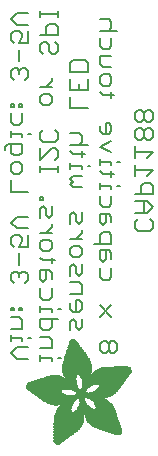
<source format=gbr>
G04 EAGLE Gerber RS-274X export*
G75*
%MOMM*%
%FSLAX34Y34*%
%LPD*%
%INSilkscreen Bottom*%
%IPPOS*%
%AMOC8*
5,1,8,0,0,1.08239X$1,22.5*%
G01*
%ADD10C,0.203200*%
%ADD11R,0.125700X0.014000*%
%ADD12R,0.209500X0.014000*%
%ADD13R,0.279400X0.013900*%
%ADD14R,0.335300X0.014000*%
%ADD15R,0.377200X0.014000*%
%ADD16R,0.419100X0.013900*%
%ADD17R,0.475000X0.014000*%
%ADD18R,0.502900X0.014000*%
%ADD19R,0.530900X0.013900*%
%ADD20R,0.558800X0.014000*%
%ADD21R,0.586800X0.014000*%
%ADD22R,0.628600X0.014000*%
%ADD23R,0.642600X0.013900*%
%ADD24R,0.670500X0.014000*%
%ADD25R,0.698500X0.014000*%
%ADD26R,0.712500X0.013900*%
%ADD27R,0.740400X0.014000*%
%ADD28R,0.768400X0.014000*%
%ADD29R,0.782300X0.013900*%
%ADD30R,0.810300X0.014000*%
%ADD31R,0.824200X0.014000*%
%ADD32R,0.852200X0.014000*%
%ADD33R,0.880200X0.013900*%
%ADD34R,0.894100X0.014000*%
%ADD35R,0.908100X0.014000*%
%ADD36R,0.936000X0.013900*%
%ADD37R,0.950000X0.014000*%
%ADD38R,0.964000X0.014000*%
%ADD39R,0.991900X0.013900*%
%ADD40R,1.005900X0.014000*%
%ADD41R,1.033800X0.014000*%
%ADD42R,1.047800X0.014000*%
%ADD43R,1.061800X0.013900*%
%ADD44R,1.089700X0.014000*%
%ADD45R,1.103700X0.014000*%
%ADD46R,1.117600X0.013900*%
%ADD47R,1.145600X0.014000*%
%ADD48R,1.159600X0.014000*%
%ADD49R,1.173500X0.013900*%
%ADD50R,1.201500X0.014000*%
%ADD51R,1.215400X0.014000*%
%ADD52R,1.243400X0.014000*%
%ADD53R,1.257300X0.013900*%
%ADD54R,1.271300X0.014000*%
%ADD55R,1.299300X0.014000*%
%ADD56R,1.313200X0.013900*%
%ADD57R,1.327200X0.014000*%
%ADD58R,1.355100X0.014000*%
%ADD59R,1.369100X0.013900*%
%ADD60R,1.383100X0.014000*%
%ADD61R,1.411000X0.014000*%
%ADD62R,1.425000X0.014000*%
%ADD63R,1.452900X0.013900*%
%ADD64R,1.466900X0.014000*%
%ADD65R,1.480900X0.014000*%
%ADD66R,1.508800X0.013900*%
%ADD67R,1.522800X0.014000*%
%ADD68R,1.536700X0.014000*%
%ADD69R,0.167700X0.013900*%
%ADD70R,1.564700X0.013900*%
%ADD71R,0.265500X0.014000*%
%ADD72R,1.578700X0.014000*%
%ADD73R,0.349200X0.014000*%
%ADD74R,1.606600X0.014000*%
%ADD75R,0.405100X0.014000*%
%ADD76R,1.620600X0.014000*%
%ADD77R,0.475000X0.013900*%
%ADD78R,1.634500X0.013900*%
%ADD79R,0.530900X0.014000*%
%ADD80R,1.662500X0.014000*%
%ADD81R,1.676400X0.014000*%
%ADD82R,1.690400X0.013900*%
%ADD83R,1.718400X0.014000*%
%ADD84R,0.754400X0.014000*%
%ADD85R,1.732300X0.014000*%
%ADD86R,0.796300X0.013900*%
%ADD87R,1.746300X0.013900*%
%ADD88R,0.852100X0.014000*%
%ADD89R,1.774200X0.014000*%
%ADD90R,0.908000X0.014000*%
%ADD91R,1.788200X0.014000*%
%ADD92R,0.949900X0.014000*%
%ADD93R,1.816100X0.014000*%
%ADD94R,1.005900X0.013900*%
%ADD95R,1.830100X0.013900*%
%ADD96R,1.844100X0.014000*%
%ADD97R,1.872000X0.014000*%
%ADD98R,1.131600X0.013900*%
%ADD99R,1.886000X0.013900*%
%ADD100R,1.187500X0.014000*%
%ADD101R,1.900000X0.014000*%
%ADD102R,1.229400X0.014000*%
%ADD103R,1.927900X0.014000*%
%ADD104R,1.271300X0.013900*%
%ADD105R,1.941900X0.013900*%
%ADD106R,1.313200X0.014000*%
%ADD107R,1.955800X0.014000*%
%ADD108R,1.969800X0.014000*%
%ADD109R,1.397000X0.014000*%
%ADD110R,1.997800X0.014000*%
%ADD111R,1.439000X0.013900*%
%ADD112R,2.011700X0.013900*%
%ADD113R,2.025700X0.014000*%
%ADD114R,2.039700X0.014000*%
%ADD115R,1.550700X0.013900*%
%ADD116R,2.053600X0.013900*%
%ADD117R,1.592600X0.014000*%
%ADD118R,2.067600X0.014000*%
%ADD119R,1.634500X0.014000*%
%ADD120R,2.081600X0.014000*%
%ADD121R,2.095500X0.013900*%
%ADD122R,2.109500X0.014000*%
%ADD123R,1.760200X0.014000*%
%ADD124R,2.123500X0.014000*%
%ADD125R,1.802100X0.014000*%
%ADD126R,2.137500X0.014000*%
%ADD127R,1.844000X0.013900*%
%ADD128R,2.151400X0.013900*%
%ADD129R,1.871900X0.014000*%
%ADD130R,2.165400X0.014000*%
%ADD131R,1.913800X0.014000*%
%ADD132R,2.179400X0.014000*%
%ADD133R,1.955800X0.013900*%
%ADD134R,2.193300X0.013900*%
%ADD135R,1.983800X0.014000*%
%ADD136R,2.207300X0.014000*%
%ADD137R,2.221300X0.014000*%
%ADD138R,2.221300X0.013900*%
%ADD139R,2.095500X0.014000*%
%ADD140R,2.235200X0.014000*%
%ADD141R,2.249200X0.014000*%
%ADD142R,2.137400X0.014000*%
%ADD143R,2.263200X0.014000*%
%ADD144R,2.179300X0.013900*%
%ADD145R,2.277200X0.013900*%
%ADD146R,2.193300X0.014000*%
%ADD147R,2.277200X0.014000*%
%ADD148R,2.221200X0.014000*%
%ADD149R,2.291100X0.014000*%
%ADD150R,2.249100X0.013900*%
%ADD151R,2.305100X0.013900*%
%ADD152R,2.319100X0.014000*%
%ADD153R,2.277100X0.014000*%
%ADD154R,2.333000X0.013900*%
%ADD155R,2.319000X0.014000*%
%ADD156R,2.347000X0.014000*%
%ADD157R,2.333000X0.014000*%
%ADD158R,2.361000X0.014000*%
%ADD159R,2.360900X0.014000*%
%ADD160R,2.374900X0.013900*%
%ADD161R,2.388800X0.014000*%
%ADD162R,2.388900X0.014000*%
%ADD163R,2.416800X0.014000*%
%ADD164R,2.416900X0.013900*%
%ADD165R,2.402900X0.013900*%
%ADD166R,2.430800X0.014000*%
%ADD167R,2.402900X0.014000*%
%ADD168R,2.458800X0.014000*%
%ADD169R,2.416900X0.014000*%
%ADD170R,2.458700X0.013900*%
%ADD171R,2.430800X0.013900*%
%ADD172R,2.472700X0.014000*%
%ADD173R,2.500600X0.014000*%
%ADD174R,2.444800X0.014000*%
%ADD175R,2.514600X0.013900*%
%ADD176R,2.458800X0.013900*%
%ADD177R,2.528600X0.014000*%
%ADD178R,2.528500X0.014000*%
%ADD179R,2.542500X0.013900*%
%ADD180R,2.472700X0.013900*%
%ADD181R,2.556500X0.014000*%
%ADD182R,2.486700X0.014000*%
%ADD183R,2.570500X0.013900*%
%ADD184R,2.486700X0.013900*%
%ADD185R,2.584500X0.014000*%
%ADD186R,2.500700X0.014000*%
%ADD187R,2.584400X0.014000*%
%ADD188R,2.598400X0.014000*%
%ADD189R,2.514600X0.014000*%
%ADD190R,2.612400X0.013900*%
%ADD191R,2.612400X0.014000*%
%ADD192R,2.626300X0.014000*%
%ADD193R,2.640300X0.013900*%
%ADD194R,2.528600X0.013900*%
%ADD195R,2.640400X0.014000*%
%ADD196R,2.542600X0.014000*%
%ADD197R,2.654300X0.014000*%
%ADD198R,2.654300X0.013900*%
%ADD199R,2.542600X0.013900*%
%ADD200R,2.668300X0.014000*%
%ADD201R,2.556600X0.014000*%
%ADD202R,2.682200X0.014000*%
%ADD203R,2.668200X0.013900*%
%ADD204R,2.556600X0.013900*%
%ADD205R,2.570500X0.014000*%
%ADD206R,2.696200X0.014000*%
%ADD207R,2.682300X0.013900*%
%ADD208R,2.696300X0.014000*%
%ADD209R,2.696200X0.013900*%
%ADD210R,2.710200X0.014000*%
%ADD211R,2.710200X0.013900*%
%ADD212R,2.724100X0.014000*%
%ADD213R,2.710100X0.014000*%
%ADD214R,2.724100X0.013900*%
%ADD215R,2.584500X0.013900*%
%ADD216R,2.724200X0.014000*%
%ADD217R,2.724200X0.013900*%
%ADD218R,2.738100X0.013900*%
%ADD219R,2.738200X0.013900*%
%ADD220R,2.556500X0.013900*%
%ADD221R,5.238700X0.013900*%
%ADD222R,5.238700X0.014000*%
%ADD223R,5.224800X0.014000*%
%ADD224R,5.210800X0.013900*%
%ADD225R,5.210800X0.014000*%
%ADD226R,5.196800X0.014000*%
%ADD227R,5.182900X0.013900*%
%ADD228R,5.182900X0.014000*%
%ADD229R,5.168900X0.014000*%
%ADD230R,5.154900X0.014000*%
%ADD231R,5.154900X0.013900*%
%ADD232R,5.141000X0.014000*%
%ADD233R,5.127000X0.014000*%
%ADD234R,3.604200X0.013900*%
%ADD235R,1.411000X0.013900*%
%ADD236R,3.562300X0.014000*%
%ADD237R,1.383000X0.014000*%
%ADD238R,3.534400X0.014000*%
%ADD239R,1.369100X0.014000*%
%ADD240R,3.506500X0.013900*%
%ADD241R,1.341100X0.013900*%
%ADD242R,3.492500X0.014000*%
%ADD243R,1.341100X0.014000*%
%ADD244R,3.450600X0.014000*%
%ADD245R,1.313100X0.014000*%
%ADD246R,3.436600X0.014000*%
%ADD247R,3.422700X0.013900*%
%ADD248R,1.299200X0.013900*%
%ADD249R,3.394700X0.014000*%
%ADD250R,1.285300X0.014000*%
%ADD251R,3.380700X0.014000*%
%ADD252R,3.366700X0.013900*%
%ADD253R,3.338900X0.014000*%
%ADD254R,1.257300X0.014000*%
%ADD255R,3.324900X0.014000*%
%ADD256R,3.310900X0.013900*%
%ADD257R,1.243400X0.013900*%
%ADD258R,3.283000X0.014000*%
%ADD259R,3.255000X0.014000*%
%ADD260R,3.241000X0.013900*%
%ADD261R,1.215400X0.013900*%
%ADD262R,3.227100X0.014000*%
%ADD263R,3.213100X0.014000*%
%ADD264R,1.718300X0.013900*%
%ADD265R,1.187500X0.013900*%
%ADD266R,1.648500X0.014000*%
%ADD267R,1.187400X0.014000*%
%ADD268R,1.620500X0.014000*%
%ADD269R,1.592600X0.013900*%
%ADD270R,1.271200X0.013900*%
%ADD271R,1.173400X0.013900*%
%ADD272R,1.159500X0.014000*%
%ADD273R,1.564600X0.014000*%
%ADD274R,1.201400X0.014000*%
%ADD275R,1.145500X0.014000*%
%ADD276R,1.145500X0.013900*%
%ADD277R,1.550700X0.014000*%
%ADD278R,1.103600X0.014000*%
%ADD279R,1.131600X0.014000*%
%ADD280R,1.075700X0.014000*%
%ADD281R,1.117600X0.014000*%
%ADD282R,1.536700X0.013900*%
%ADD283R,1.047800X0.013900*%
%ADD284R,1.103600X0.013900*%
%ADD285R,1.522700X0.014000*%
%ADD286R,1.005800X0.014000*%
%ADD287R,0.991900X0.014000*%
%ADD288R,0.963900X0.013900*%
%ADD289R,1.075700X0.013900*%
%ADD290R,1.508800X0.014000*%
%ADD291R,1.075600X0.014000*%
%ADD292R,1.494800X0.014000*%
%ADD293R,1.061700X0.014000*%
%ADD294R,1.047700X0.014000*%
%ADD295R,1.494800X0.013900*%
%ADD296R,1.047700X0.013900*%
%ADD297R,1.480800X0.014000*%
%ADD298R,1.494700X0.014000*%
%ADD299R,0.838200X0.014000*%
%ADD300R,1.480800X0.013900*%
%ADD301R,0.810200X0.013900*%
%ADD302R,1.019800X0.013900*%
%ADD303R,1.466800X0.014000*%
%ADD304R,0.796300X0.014000*%
%ADD305R,0.768300X0.014000*%
%ADD306R,1.466800X0.013900*%
%ADD307R,0.754300X0.013900*%
%ADD308R,0.977900X0.013900*%
%ADD309R,0.139700X0.013900*%
%ADD310R,0.963900X0.014000*%
%ADD311R,0.712500X0.014000*%
%ADD312R,0.544800X0.014000*%
%ADD313R,0.670600X0.014000*%
%ADD314R,0.684600X0.013900*%
%ADD315R,0.922000X0.013900*%
%ADD316R,1.452900X0.014000*%
%ADD317R,0.656600X0.014000*%
%ADD318R,0.922100X0.014000*%
%ADD319R,0.866200X0.014000*%
%ADD320R,0.894000X0.013900*%
%ADD321R,1.033800X0.013900*%
%ADD322R,0.614600X0.014000*%
%ADD323R,0.866100X0.014000*%
%ADD324R,1.452800X0.014000*%
%ADD325R,0.600700X0.014000*%
%ADD326R,1.173500X0.014000*%
%ADD327R,1.438900X0.013900*%
%ADD328R,0.586700X0.013900*%
%ADD329R,0.838200X0.013900*%
%ADD330R,0.586700X0.014000*%
%ADD331R,2.151400X0.014000*%
%ADD332R,2.193200X0.014000*%
%ADD333R,1.438900X0.014000*%
%ADD334R,0.544900X0.014000*%
%ADD335R,0.544900X0.013900*%
%ADD336R,2.277100X0.013900*%
%ADD337R,0.516900X0.014000*%
%ADD338R,0.516900X0.013900*%
%ADD339R,0.489000X0.014000*%
%ADD340R,1.424900X0.014000*%
%ADD341R,2.444700X0.014000*%
%ADD342R,1.424900X0.013900*%
%ADD343R,0.461000X0.014000*%
%ADD344R,2.570400X0.014000*%
%ADD345R,1.425000X0.013900*%
%ADD346R,0.447000X0.013900*%
%ADD347R,1.410900X0.014000*%
%ADD348R,0.447000X0.014000*%
%ADD349R,0.433100X0.014000*%
%ADD350R,2.668200X0.014000*%
%ADD351R,0.433100X0.013900*%
%ADD352R,0.419100X0.014000*%
%ADD353R,2.738100X0.014000*%
%ADD354R,2.766100X0.014000*%
%ADD355R,1.397000X0.013900*%
%ADD356R,2.807900X0.013900*%
%ADD357R,2.835900X0.014000*%
%ADD358R,2.877900X0.014000*%
%ADD359R,0.433000X0.014000*%
%ADD360R,2.905700X0.014000*%
%ADD361R,1.369000X0.013900*%
%ADD362R,0.433000X0.013900*%
%ADD363R,2.947700X0.013900*%
%ADD364R,2.989500X0.014000*%
%ADD365R,3.031500X0.014000*%
%ADD366R,1.355100X0.013900*%
%ADD367R,0.488900X0.013900*%
%ADD368R,3.087300X0.013900*%
%ADD369R,1.341200X0.014000*%
%ADD370R,3.702000X0.014000*%
%ADD371R,3.716000X0.014000*%
%ADD372R,1.327100X0.013900*%
%ADD373R,3.757900X0.013900*%
%ADD374R,3.771900X0.014000*%
%ADD375R,1.299200X0.014000*%
%ADD376R,3.799900X0.014000*%
%ADD377R,3.841700X0.014000*%
%ADD378R,3.869700X0.013900*%
%ADD379R,3.925600X0.014000*%
%ADD380R,0.111800X0.014000*%
%ADD381R,5.266700X0.014000*%
%ADD382R,5.727700X0.013900*%
%ADD383R,5.825500X0.014000*%
%ADD384R,5.895400X0.014000*%
%ADD385R,5.965200X0.013900*%
%ADD386R,6.021100X0.014000*%
%ADD387R,6.076900X0.014000*%
%ADD388R,6.146800X0.014000*%
%ADD389R,6.188800X0.013900*%
%ADD390R,6.244600X0.014000*%
%ADD391R,6.286500X0.014000*%
%ADD392R,6.328400X0.013900*%
%ADD393R,6.384300X0.014000*%
%ADD394R,3.352800X0.014000*%
%ADD395R,2.821900X0.014000*%
%ADD396R,3.283000X0.013900*%
%ADD397R,3.241100X0.014000*%
%ADD398R,2.682300X0.014000*%
%ADD399R,3.241000X0.014000*%
%ADD400R,2.640300X0.014000*%
%ADD401R,3.227100X0.013900*%
%ADD402R,2.584400X0.013900*%
%ADD403R,3.227000X0.014000*%
%ADD404R,3.269000X0.013900*%
%ADD405R,3.282900X0.014000*%
%ADD406R,3.310900X0.014000*%
%ADD407R,3.338800X0.013900*%
%ADD408R,0.922000X0.014000*%
%ADD409R,2.123400X0.013900*%
%ADD410R,0.894100X0.013900*%
%ADD411R,2.081500X0.014000*%
%ADD412R,0.894000X0.014000*%
%ADD413R,0.908100X0.013900*%
%ADD414R,2.039600X0.014000*%
%ADD415R,2.011700X0.014000*%
%ADD416R,0.936000X0.014000*%
%ADD417R,1.969700X0.013900*%
%ADD418R,0.977900X0.014000*%
%ADD419R,1.941900X0.014000*%
%ADD420R,1.927800X0.013900*%
%ADD421R,1.913900X0.014000*%
%ADD422R,1.913800X0.013900*%
%ADD423R,2.794000X0.013900*%
%ADD424R,1.899900X0.014000*%
%ADD425R,1.229300X0.014000*%
%ADD426R,1.285200X0.014000*%
%ADD427R,2.919700X0.014000*%
%ADD428R,1.872000X0.013900*%
%ADD429R,2.961600X0.013900*%
%ADD430R,1.858000X0.014000*%
%ADD431R,3.031400X0.014000*%
%ADD432R,3.115300X0.014000*%
%ADD433R,1.858000X0.013900*%
%ADD434R,5.029200X0.013900*%
%ADD435R,4.428500X0.014000*%
%ADD436R,1.844000X0.014000*%
%ADD437R,4.414500X0.014000*%
%ADD438R,4.414500X0.013900*%
%ADD439R,1.830100X0.014000*%
%ADD440R,4.414600X0.014000*%
%ADD441R,1.830000X0.014000*%
%ADD442R,0.530800X0.014000*%
%ADD443R,4.400500X0.014000*%
%ADD444R,4.400500X0.013900*%
%ADD445R,4.400600X0.014000*%
%ADD446R,0.572800X0.013900*%
%ADD447R,4.386600X0.013900*%
%ADD448R,4.386500X0.014000*%
%ADD449R,0.614700X0.013900*%
%ADD450R,4.372600X0.013900*%
%ADD451R,0.642600X0.014000*%
%ADD452R,4.372600X0.014000*%
%ADD453R,0.698500X0.013900*%
%ADD454R,4.358600X0.013900*%
%ADD455R,0.712400X0.014000*%
%ADD456R,4.358600X0.014000*%
%ADD457R,4.344700X0.014000*%
%ADD458R,1.871900X0.013900*%
%ADD459R,0.768300X0.013900*%
%ADD460R,4.330700X0.013900*%
%ADD461R,1.885900X0.014000*%
%ADD462R,0.782300X0.014000*%
%ADD463R,4.330700X0.014000*%
%ADD464R,4.316700X0.014000*%
%ADD465R,1.899900X0.013900*%
%ADD466R,0.852200X0.013900*%
%ADD467R,4.316700X0.013900*%
%ADD468R,0.880100X0.014000*%
%ADD469R,4.302700X0.014000*%
%ADD470R,1.941800X0.014000*%
%ADD471R,4.288800X0.014000*%
%ADD472R,1.983700X0.013900*%
%ADD473R,4.274800X0.013900*%
%ADD474R,4.274800X0.014000*%
%ADD475R,4.260800X0.014000*%
%ADD476R,3.408700X0.013900*%
%ADD477R,4.260800X0.013900*%
%ADD478R,3.408700X0.014000*%
%ADD479R,4.232900X0.014000*%
%ADD480R,3.422700X0.014000*%
%ADD481R,4.219000X0.014000*%
%ADD482R,3.436600X0.013900*%
%ADD483R,4.219000X0.013900*%
%ADD484R,4.205000X0.014000*%
%ADD485R,4.177000X0.014000*%
%ADD486R,3.464600X0.014000*%
%ADD487R,4.163100X0.014000*%
%ADD488R,3.478600X0.013900*%
%ADD489R,4.135100X0.013900*%
%ADD490R,3.478600X0.014000*%
%ADD491R,4.121100X0.014000*%
%ADD492R,4.093200X0.014000*%
%ADD493R,4.051300X0.013900*%
%ADD494R,3.520500X0.014000*%
%ADD495R,4.009400X0.014000*%
%ADD496R,3.981400X0.014000*%
%ADD497R,3.548300X0.013900*%
%ADD498R,3.939500X0.013900*%
%ADD499R,3.897600X0.014000*%
%ADD500R,3.576300X0.014000*%
%ADD501R,3.799800X0.014000*%
%ADD502R,3.590200X0.013900*%
%ADD503R,3.744000X0.013900*%
%ADD504R,3.604200X0.014000*%
%ADD505R,3.702100X0.014000*%
%ADD506R,3.618200X0.014000*%
%ADD507R,3.660200X0.014000*%
%ADD508R,3.632200X0.013900*%
%ADD509R,3.618300X0.013900*%
%ADD510R,3.646200X0.014000*%
%ADD511R,3.576400X0.014000*%
%ADD512R,3.660100X0.014000*%
%ADD513R,3.660100X0.013900*%
%ADD514R,3.674100X0.014000*%
%ADD515R,3.436700X0.014000*%
%ADD516R,2.612300X0.014000*%
%ADD517R,0.782400X0.014000*%
%ADD518R,3.716000X0.013900*%
%ADD519R,2.500600X0.013900*%
%ADD520R,3.730000X0.014000*%
%ADD521R,3.758000X0.014000*%
%ADD522R,2.374900X0.014000*%
%ADD523R,3.771900X0.013900*%
%ADD524R,0.824300X0.013900*%
%ADD525R,2.305000X0.013900*%
%ADD526R,3.785900X0.014000*%
%ADD527R,3.813800X0.013900*%
%ADD528R,3.827800X0.014000*%
%ADD529R,3.855700X0.014000*%
%ADD530R,3.883700X0.014000*%
%ADD531R,1.802200X0.014000*%
%ADD532R,3.897700X0.014000*%
%ADD533R,1.746300X0.014000*%
%ADD534R,3.911600X0.013900*%
%ADD535R,0.949900X0.013900*%
%ADD536R,1.676400X0.013900*%
%ADD537R,3.939500X0.014000*%
%ADD538R,1.550600X0.014000*%
%ADD539R,3.967500X0.013900*%
%ADD540R,1.327100X0.014000*%
%ADD541R,1.019800X0.014000*%
%ADD542R,4.037300X0.013900*%
%ADD543R,3.213100X0.013900*%
%ADD544R,0.866200X0.013900*%
%ADD545R,1.061700X0.013900*%
%ADD546R,0.908000X0.013900*%
%ADD547R,1.089600X0.014000*%
%ADD548R,0.181700X0.014000*%
%ADD549R,2.346900X0.014000*%
%ADD550R,2.346900X0.013900*%
%ADD551R,3.227000X0.013900*%
%ADD552R,2.388900X0.013900*%
%ADD553R,2.416800X0.013900*%
%ADD554R,2.430700X0.014000*%
%ADD555R,3.199100X0.013900*%
%ADD556R,2.444700X0.013900*%
%ADD557R,3.199200X0.014000*%
%ADD558R,3.185200X0.014000*%
%ADD559R,2.458700X0.014000*%
%ADD560R,3.185100X0.013900*%
%ADD561R,3.171100X0.014000*%
%ADD562R,3.157200X0.014000*%
%ADD563R,3.143200X0.013900*%
%ADD564R,3.129300X0.014000*%
%ADD565R,3.101300X0.014000*%
%ADD566R,3.087400X0.013900*%
%ADD567R,3.087400X0.014000*%
%ADD568R,3.059400X0.014000*%
%ADD569R,3.031500X0.013900*%
%ADD570R,3.017500X0.014000*%
%ADD571R,2.989600X0.014000*%
%ADD572R,2.975600X0.014000*%
%ADD573R,2.891700X0.014000*%
%ADD574R,2.849900X0.013900*%
%ADD575R,2.822000X0.014000*%
%ADD576R,2.794000X0.014000*%
%ADD577R,2.752100X0.013900*%
%ADD578R,2.305000X0.014000*%
%ADD579R,2.109400X0.013900*%
%ADD580R,1.969700X0.014000*%
%ADD581R,2.486600X0.014000*%
%ADD582R,2.472600X0.014000*%
%ADD583R,2.472600X0.013900*%
%ADD584R,2.402800X0.013900*%
%ADD585R,2.402800X0.014000*%
%ADD586R,2.360900X0.013900*%
%ADD587R,2.319100X0.013900*%
%ADD588R,2.291100X0.013900*%
%ADD589R,2.263100X0.013900*%
%ADD590R,2.249100X0.014000*%
%ADD591R,2.179300X0.014000*%
%ADD592R,2.109400X0.014000*%
%ADD593R,2.067600X0.013900*%
%ADD594R,2.053600X0.014000*%
%ADD595R,2.025600X0.014000*%
%ADD596R,2.025600X0.013900*%
%ADD597R,1.983700X0.014000*%
%ADD598R,1.927900X0.013900*%
%ADD599R,1.886000X0.014000*%
%ADD600R,1.816100X0.013900*%
%ADD601R,1.760200X0.013900*%
%ADD602R,1.732300X0.013900*%
%ADD603R,1.718300X0.014000*%
%ADD604R,1.704300X0.014000*%
%ADD605R,1.690400X0.014000*%
%ADD606R,1.662400X0.013900*%
%ADD607R,1.662400X0.014000*%
%ADD608R,1.648400X0.014000*%
%ADD609R,1.620500X0.013900*%
%ADD610R,1.578600X0.013900*%
%ADD611R,1.522700X0.013900*%
%ADD612R,1.480900X0.013900*%
%ADD613R,1.383000X0.013900*%
%ADD614R,1.369000X0.014000*%
%ADD615R,1.341200X0.013900*%
%ADD616R,1.243300X0.013900*%
%ADD617R,1.215300X0.014000*%
%ADD618R,1.201400X0.013900*%
%ADD619R,1.159500X0.013900*%
%ADD620R,1.089600X0.013900*%
%ADD621R,0.880200X0.014000*%
%ADD622R,0.810200X0.014000*%
%ADD623R,0.726500X0.014000*%
%ADD624R,0.684500X0.014000*%
%ADD625R,0.600700X0.013900*%
%ADD626R,0.530800X0.013900*%
%ADD627R,0.503000X0.014000*%
%ADD628R,0.335200X0.013900*%
%ADD629R,0.279400X0.014000*%
%ADD630R,0.223600X0.014000*%
%ADD631R,0.111800X0.013900*%


D10*
X146399Y194893D02*
X148857Y192436D01*
X148857Y187521D01*
X146399Y185064D01*
X136569Y185064D01*
X134112Y187521D01*
X134112Y192436D01*
X136569Y194893D01*
X134112Y200500D02*
X143942Y200500D01*
X148857Y205414D01*
X143942Y210329D01*
X134112Y210329D01*
X141484Y210329D02*
X141484Y200500D01*
X134112Y215936D02*
X148857Y215936D01*
X148857Y223308D01*
X146399Y225765D01*
X141484Y225765D01*
X139027Y223308D01*
X139027Y215936D01*
X143942Y231372D02*
X148857Y236287D01*
X134112Y236287D01*
X134112Y241201D02*
X134112Y231372D01*
X143942Y246808D02*
X148857Y251723D01*
X134112Y251723D01*
X134112Y256637D02*
X134112Y246808D01*
X146399Y262244D02*
X148857Y264701D01*
X148857Y269616D01*
X146399Y272074D01*
X143942Y272074D01*
X141484Y269616D01*
X139027Y272074D01*
X136569Y272074D01*
X134112Y269616D01*
X134112Y264701D01*
X136569Y262244D01*
X139027Y262244D01*
X141484Y264701D01*
X143942Y262244D01*
X146399Y262244D01*
X141484Y264701D02*
X141484Y269616D01*
X146399Y277680D02*
X148857Y280137D01*
X148857Y285052D01*
X146399Y287510D01*
X143942Y287510D01*
X141484Y285052D01*
X139027Y287510D01*
X136569Y287510D01*
X134112Y285052D01*
X134112Y280137D01*
X136569Y277680D01*
X139027Y277680D01*
X141484Y280137D01*
X143942Y277680D01*
X146399Y277680D01*
X141484Y280137D02*
X141484Y285052D01*
X118758Y84193D02*
X116300Y81736D01*
X118758Y84193D02*
X118758Y89108D01*
X116300Y91566D01*
X113843Y91566D01*
X111385Y89108D01*
X108928Y91566D01*
X106470Y91566D01*
X104013Y89108D01*
X104013Y84193D01*
X106470Y81736D01*
X108928Y81736D01*
X111385Y84193D01*
X113843Y81736D01*
X116300Y81736D01*
X111385Y84193D02*
X111385Y89108D01*
X113843Y112608D02*
X104013Y122438D01*
X104013Y112608D02*
X113843Y122438D01*
X113843Y145938D02*
X113843Y153310D01*
X113843Y145938D02*
X111385Y143480D01*
X106470Y143480D01*
X104013Y145938D01*
X104013Y153310D01*
X113843Y161374D02*
X113843Y166289D01*
X111385Y168746D01*
X104013Y168746D01*
X104013Y161374D01*
X106470Y158916D01*
X108928Y161374D01*
X108928Y168746D01*
X113843Y174352D02*
X99098Y174352D01*
X113843Y174352D02*
X113843Y181725D01*
X111385Y184182D01*
X106470Y184182D01*
X104013Y181725D01*
X104013Y174352D01*
X113843Y192246D02*
X113843Y197161D01*
X111385Y199618D01*
X104013Y199618D01*
X104013Y192246D01*
X106470Y189788D01*
X108928Y192246D01*
X108928Y199618D01*
X113843Y207682D02*
X113843Y215054D01*
X113843Y207682D02*
X111385Y205224D01*
X106470Y205224D01*
X104013Y207682D01*
X104013Y215054D01*
X113843Y220661D02*
X113843Y223118D01*
X104013Y223118D01*
X104013Y220661D02*
X104013Y225575D01*
X118758Y223118D02*
X121215Y223118D01*
X116300Y233409D02*
X106470Y233409D01*
X104013Y235866D01*
X113843Y235866D02*
X113843Y230951D01*
X113843Y241242D02*
X113843Y243699D01*
X104013Y243699D01*
X104013Y241242D02*
X104013Y246157D01*
X118758Y243699D02*
X121215Y243699D01*
X113843Y251533D02*
X104013Y256447D01*
X113843Y261362D01*
X104013Y269426D02*
X104013Y274341D01*
X104013Y269426D02*
X106470Y266969D01*
X111385Y266969D01*
X113843Y269426D01*
X113843Y274341D01*
X111385Y276798D01*
X108928Y276798D01*
X108928Y266969D01*
X106470Y300298D02*
X116300Y300298D01*
X106470Y300298D02*
X104013Y302756D01*
X113843Y302756D02*
X113843Y297841D01*
X104013Y310589D02*
X104013Y315504D01*
X106470Y317961D01*
X111385Y317961D01*
X113843Y315504D01*
X113843Y310589D01*
X111385Y308131D01*
X106470Y308131D01*
X104013Y310589D01*
X106470Y323568D02*
X113843Y323568D01*
X106470Y323568D02*
X104013Y326025D01*
X104013Y333397D01*
X113843Y333397D01*
X113843Y341461D02*
X113843Y348833D01*
X113843Y341461D02*
X111385Y339004D01*
X106470Y339004D01*
X104013Y341461D01*
X104013Y348833D01*
X104013Y354440D02*
X118758Y354440D01*
X113843Y356897D02*
X111385Y354440D01*
X113843Y356897D02*
X113843Y361812D01*
X111385Y364269D01*
X104013Y364269D01*
X78867Y108403D02*
X78867Y101031D01*
X78867Y108403D02*
X81324Y110861D01*
X83782Y108403D01*
X83782Y103488D01*
X86239Y101031D01*
X88697Y103488D01*
X88697Y110861D01*
X78867Y118925D02*
X78867Y123839D01*
X78867Y118925D02*
X81324Y116467D01*
X86239Y116467D01*
X88697Y118925D01*
X88697Y123839D01*
X86239Y126297D01*
X83782Y126297D01*
X83782Y116467D01*
X78867Y131903D02*
X88697Y131903D01*
X88697Y139275D01*
X86239Y141733D01*
X78867Y141733D01*
X78867Y147339D02*
X78867Y154712D01*
X81324Y157169D01*
X83782Y154712D01*
X83782Y149797D01*
X86239Y147339D01*
X88697Y149797D01*
X88697Y157169D01*
X78867Y165233D02*
X78867Y170148D01*
X81324Y172605D01*
X86239Y172605D01*
X88697Y170148D01*
X88697Y165233D01*
X86239Y162775D01*
X81324Y162775D01*
X78867Y165233D01*
X78867Y178211D02*
X88697Y178211D01*
X83782Y178211D02*
X88697Y183126D01*
X88697Y185584D01*
X78867Y191075D02*
X78867Y198447D01*
X81324Y200904D01*
X83782Y198447D01*
X83782Y193532D01*
X86239Y191075D01*
X88697Y193532D01*
X88697Y200904D01*
X88697Y221947D02*
X81324Y221947D01*
X78867Y224404D01*
X81324Y226862D01*
X78867Y229319D01*
X81324Y231777D01*
X88697Y231777D01*
X88697Y237383D02*
X88697Y239840D01*
X78867Y239840D01*
X78867Y237383D02*
X78867Y242298D01*
X93612Y239840D02*
X96069Y239840D01*
X91154Y250131D02*
X81324Y250131D01*
X78867Y252588D01*
X88697Y252588D02*
X88697Y247674D01*
X93612Y257964D02*
X78867Y257964D01*
X86239Y257964D02*
X88697Y260422D01*
X88697Y265337D01*
X86239Y267794D01*
X78867Y267794D01*
X78867Y288836D02*
X93612Y288836D01*
X78867Y288836D02*
X78867Y298666D01*
X93612Y304273D02*
X93612Y314102D01*
X93612Y304273D02*
X78867Y304273D01*
X78867Y314102D01*
X86239Y309187D02*
X86239Y304273D01*
X93612Y319709D02*
X78867Y319709D01*
X78867Y327081D01*
X81324Y329538D01*
X91154Y329538D01*
X93612Y327081D01*
X93612Y319709D01*
X63551Y77762D02*
X63551Y75304D01*
X63551Y77762D02*
X53721Y77762D01*
X53721Y80219D02*
X53721Y75304D01*
X68466Y77762D02*
X70923Y77762D01*
X63551Y85595D02*
X53721Y85595D01*
X63551Y85595D02*
X63551Y92967D01*
X61093Y95425D01*
X53721Y95425D01*
X53721Y110861D02*
X68466Y110861D01*
X53721Y110861D02*
X53721Y103488D01*
X56178Y101031D01*
X61093Y101031D01*
X63551Y103488D01*
X63551Y110861D01*
X63551Y116467D02*
X63551Y118925D01*
X53721Y118925D01*
X53721Y121382D02*
X53721Y116467D01*
X68466Y118925D02*
X70923Y118925D01*
X63551Y129215D02*
X63551Y136588D01*
X63551Y129215D02*
X61093Y126758D01*
X56178Y126758D01*
X53721Y129215D01*
X53721Y136588D01*
X63551Y144651D02*
X63551Y149566D01*
X61093Y152024D01*
X53721Y152024D01*
X53721Y144651D01*
X56178Y142194D01*
X58636Y144651D01*
X58636Y152024D01*
X56178Y160087D02*
X66008Y160087D01*
X56178Y160087D02*
X53721Y162545D01*
X63551Y162545D02*
X63551Y157630D01*
X53721Y170378D02*
X53721Y175293D01*
X56178Y177750D01*
X61093Y177750D01*
X63551Y175293D01*
X63551Y170378D01*
X61093Y167921D01*
X56178Y167921D01*
X53721Y170378D01*
X53721Y183357D02*
X63551Y183357D01*
X58636Y183357D02*
X63551Y188272D01*
X63551Y190729D01*
X53721Y196220D02*
X53721Y203592D01*
X56178Y206050D01*
X58636Y203592D01*
X58636Y198677D01*
X61093Y196220D01*
X63551Y198677D01*
X63551Y206050D01*
X56178Y211656D02*
X53721Y211656D01*
X56178Y211656D02*
X56178Y214114D01*
X53721Y214114D01*
X53721Y211656D01*
X53721Y234810D02*
X53721Y239725D01*
X53721Y237268D02*
X68466Y237268D01*
X68466Y239725D02*
X68466Y234810D01*
X53721Y245101D02*
X53721Y254931D01*
X53721Y245101D02*
X63551Y254931D01*
X66008Y254931D01*
X68466Y252473D01*
X68466Y247558D01*
X66008Y245101D01*
X68466Y267909D02*
X66008Y270367D01*
X68466Y267909D02*
X68466Y262994D01*
X66008Y260537D01*
X56178Y260537D01*
X53721Y262994D01*
X53721Y267909D01*
X56178Y270367D01*
X53721Y293866D02*
X53721Y298781D01*
X56178Y301239D01*
X61093Y301239D01*
X63551Y298781D01*
X63551Y293866D01*
X61093Y291409D01*
X56178Y291409D01*
X53721Y293866D01*
X53721Y306845D02*
X63551Y306845D01*
X58636Y306845D02*
X63551Y311760D01*
X63551Y314217D01*
X68466Y342517D02*
X66008Y344974D01*
X68466Y342517D02*
X68466Y337602D01*
X66008Y335145D01*
X63551Y335145D01*
X61093Y337602D01*
X61093Y342517D01*
X58636Y344974D01*
X56178Y344974D01*
X53721Y342517D01*
X53721Y337602D01*
X56178Y335145D01*
X53721Y350581D02*
X68466Y350581D01*
X68466Y357953D01*
X66008Y360410D01*
X61093Y360410D01*
X58636Y357953D01*
X58636Y350581D01*
X53721Y366017D02*
X53721Y370932D01*
X53721Y368474D02*
X68466Y368474D01*
X68466Y366017D02*
X68466Y370932D01*
X43320Y76591D02*
X33490Y76591D01*
X28575Y81505D01*
X33490Y86420D01*
X43320Y86420D01*
X38405Y92027D02*
X38405Y94484D01*
X28575Y94484D01*
X28575Y92027D02*
X28575Y96942D01*
X43320Y94484D02*
X45777Y94484D01*
X38405Y102317D02*
X28575Y102317D01*
X38405Y102317D02*
X38405Y109690D01*
X35947Y112147D01*
X28575Y112147D01*
X38405Y117753D02*
X38405Y120211D01*
X35947Y120211D01*
X35947Y117753D01*
X38405Y117753D01*
X31032Y117753D02*
X31032Y120211D01*
X28575Y120211D01*
X28575Y117753D01*
X31032Y117753D01*
X40862Y140908D02*
X43320Y143365D01*
X43320Y148280D01*
X40862Y150737D01*
X38405Y150737D01*
X35947Y148280D01*
X35947Y145822D01*
X35947Y148280D02*
X33490Y150737D01*
X31032Y150737D01*
X28575Y148280D01*
X28575Y143365D01*
X31032Y140908D01*
X35947Y156344D02*
X35947Y166173D01*
X43320Y171780D02*
X43320Y181609D01*
X43320Y171780D02*
X35947Y171780D01*
X38405Y176695D01*
X38405Y179152D01*
X35947Y181609D01*
X31032Y181609D01*
X28575Y179152D01*
X28575Y174237D01*
X31032Y171780D01*
X33490Y187216D02*
X43320Y187216D01*
X33490Y187216D02*
X28575Y192131D01*
X33490Y197045D01*
X43320Y197045D01*
X43320Y218088D02*
X28575Y218088D01*
X28575Y227918D01*
X28575Y235981D02*
X28575Y240896D01*
X31032Y243354D01*
X35947Y243354D01*
X38405Y240896D01*
X38405Y235981D01*
X35947Y233524D01*
X31032Y233524D01*
X28575Y235981D01*
X23660Y253875D02*
X23660Y256332D01*
X26118Y258790D01*
X38405Y258790D01*
X38405Y251417D01*
X35947Y248960D01*
X31032Y248960D01*
X28575Y251417D01*
X28575Y258790D01*
X38405Y264396D02*
X38405Y266853D01*
X28575Y266853D01*
X28575Y264396D02*
X28575Y269311D01*
X43320Y266853D02*
X45777Y266853D01*
X38405Y277144D02*
X38405Y284516D01*
X38405Y277144D02*
X35947Y274687D01*
X31032Y274687D01*
X28575Y277144D01*
X28575Y284516D01*
X38405Y290123D02*
X38405Y292580D01*
X35947Y292580D01*
X35947Y290123D01*
X38405Y290123D01*
X31032Y290123D02*
X31032Y292580D01*
X28575Y292580D01*
X28575Y290123D01*
X31032Y290123D01*
X40862Y313277D02*
X43320Y315734D01*
X43320Y320649D01*
X40862Y323107D01*
X38405Y323107D01*
X35947Y320649D01*
X35947Y318192D01*
X35947Y320649D02*
X33490Y323107D01*
X31032Y323107D01*
X28575Y320649D01*
X28575Y315734D01*
X31032Y313277D01*
X35947Y328713D02*
X35947Y338543D01*
X43320Y344149D02*
X43320Y353979D01*
X43320Y344149D02*
X35947Y344149D01*
X38405Y349064D01*
X38405Y351521D01*
X35947Y353979D01*
X31032Y353979D01*
X28575Y351521D01*
X28575Y346606D01*
X31032Y344149D01*
X33490Y359585D02*
X43320Y359585D01*
X33490Y359585D02*
X28575Y364500D01*
X33490Y369415D01*
X43320Y369415D01*
D11*
X68225Y3810D03*
D12*
X68225Y3950D03*
D13*
X68294Y4090D03*
D14*
X68295Y4229D03*
D15*
X68224Y4369D03*
D16*
X68295Y4509D03*
D17*
X68294Y4648D03*
D18*
X68295Y4788D03*
D19*
X68295Y4928D03*
D20*
X68434Y5067D03*
D21*
X68434Y5207D03*
D22*
X68504Y5347D03*
D23*
X68574Y5487D03*
D24*
X68574Y5626D03*
D25*
X68714Y5766D03*
D26*
X68784Y5906D03*
D27*
X68783Y6045D03*
D28*
X68923Y6185D03*
D29*
X68993Y6325D03*
D30*
X69133Y6464D03*
D31*
X69202Y6604D03*
D32*
X69202Y6744D03*
D33*
X69342Y6884D03*
D34*
X69412Y7023D03*
D35*
X69482Y7163D03*
D36*
X69621Y7303D03*
D37*
X69691Y7442D03*
D38*
X69761Y7582D03*
D39*
X69901Y7722D03*
D40*
X69971Y7861D03*
D41*
X70110Y8001D03*
D42*
X70180Y8141D03*
D43*
X70250Y8281D03*
D44*
X70390Y8420D03*
D45*
X70460Y8560D03*
D46*
X70529Y8700D03*
D47*
X70669Y8839D03*
D48*
X70739Y8979D03*
D49*
X70809Y9119D03*
D50*
X70949Y9258D03*
D51*
X71018Y9398D03*
D52*
X71158Y9538D03*
D53*
X71228Y9678D03*
D54*
X71298Y9817D03*
D55*
X71438Y9957D03*
D56*
X71507Y10097D03*
D57*
X71577Y10236D03*
D58*
X71717Y10376D03*
D59*
X71787Y10516D03*
D60*
X71857Y10655D03*
D61*
X71996Y10795D03*
D62*
X72066Y10935D03*
D63*
X72206Y11075D03*
D64*
X72276Y11214D03*
D65*
X72346Y11354D03*
D66*
X72485Y11494D03*
D67*
X72555Y11633D03*
D68*
X72625Y11773D03*
D69*
X119425Y11913D03*
D70*
X72765Y11913D03*
D71*
X119355Y12052D03*
D72*
X72835Y12052D03*
D73*
X119215Y12192D03*
D74*
X72974Y12192D03*
D75*
X119076Y12332D03*
D76*
X73044Y12332D03*
D77*
X119005Y12472D03*
D78*
X73114Y12472D03*
D79*
X118866Y12611D03*
D80*
X73254Y12611D03*
D21*
X118726Y12751D03*
D81*
X73323Y12751D03*
D23*
X118586Y12891D03*
D82*
X73393Y12891D03*
D25*
X118447Y13030D03*
D83*
X73533Y13030D03*
D84*
X118307Y13170D03*
D85*
X73603Y13170D03*
D86*
X118098Y13310D03*
D87*
X73673Y13310D03*
D88*
X117958Y13449D03*
D89*
X73812Y13449D03*
D90*
X117818Y13589D03*
D91*
X73882Y13589D03*
D92*
X117609Y13729D03*
D93*
X74022Y13729D03*
D94*
X117469Y13869D03*
D95*
X74092Y13869D03*
D42*
X117259Y14008D03*
D96*
X74162Y14008D03*
D44*
X117050Y14148D03*
D97*
X74301Y14148D03*
D98*
X116840Y14288D03*
D99*
X74371Y14288D03*
D100*
X116701Y14427D03*
D101*
X74441Y14427D03*
D102*
X116491Y14567D03*
D103*
X74581Y14567D03*
D104*
X116282Y14707D03*
D105*
X74651Y14707D03*
D106*
X116072Y14846D03*
D107*
X74720Y14846D03*
D58*
X115863Y14986D03*
D108*
X74790Y14986D03*
D109*
X115653Y15126D03*
D110*
X74930Y15126D03*
D111*
X115443Y15266D03*
D112*
X75000Y15266D03*
D65*
X115234Y15405D03*
D113*
X75070Y15405D03*
D67*
X115024Y15545D03*
D114*
X75140Y15545D03*
D115*
X114745Y15685D03*
D116*
X75209Y15685D03*
D117*
X114535Y15824D03*
D118*
X75279Y15824D03*
D119*
X114326Y15964D03*
D120*
X75349Y15964D03*
D82*
X114046Y16104D03*
D121*
X75419Y16104D03*
D85*
X113837Y16243D03*
D122*
X75489Y16243D03*
D123*
X113557Y16383D03*
D124*
X75559Y16383D03*
D125*
X113348Y16523D03*
D126*
X75629Y16523D03*
D127*
X113138Y16663D03*
D128*
X75698Y16663D03*
D129*
X112859Y16802D03*
D130*
X75768Y16802D03*
D131*
X112649Y16942D03*
D132*
X75838Y16942D03*
D133*
X112439Y17082D03*
D134*
X75908Y17082D03*
D135*
X112160Y17221D03*
D136*
X75978Y17221D03*
D113*
X111951Y17361D03*
D137*
X76048Y17361D03*
D116*
X111811Y17501D03*
D138*
X76048Y17501D03*
D139*
X111602Y17640D03*
D140*
X76117Y17640D03*
D122*
X111392Y17780D03*
D141*
X76187Y17780D03*
D142*
X111252Y17920D03*
D143*
X76257Y17920D03*
D144*
X111043Y18060D03*
D145*
X76327Y18060D03*
D146*
X110833Y18199D03*
D147*
X76327Y18199D03*
D148*
X110693Y18339D03*
D149*
X76397Y18339D03*
D150*
X110554Y18479D03*
D151*
X76467Y18479D03*
D141*
X110414Y18618D03*
D152*
X76537Y18618D03*
D153*
X110275Y18758D03*
D152*
X76537Y18758D03*
D151*
X110135Y18898D03*
D154*
X76606Y18898D03*
D155*
X109925Y19037D03*
D156*
X76676Y19037D03*
D157*
X109855Y19177D03*
D158*
X76746Y19177D03*
D159*
X109716Y19317D03*
D158*
X76746Y19317D03*
D160*
X109506Y19457D03*
X76816Y19457D03*
D161*
X109436Y19596D03*
D162*
X76886Y19596D03*
D163*
X109296Y19736D03*
D162*
X76886Y19736D03*
D164*
X109157Y19876D03*
D165*
X76956Y19876D03*
D166*
X109087Y20015D03*
D167*
X76956Y20015D03*
D168*
X108947Y20155D03*
D169*
X77026Y20155D03*
D170*
X108808Y20295D03*
D171*
X77095Y20295D03*
D172*
X108738Y20434D03*
D166*
X77095Y20434D03*
D173*
X108598Y20574D03*
D174*
X77165Y20574D03*
D173*
X108458Y20714D03*
D174*
X77165Y20714D03*
D175*
X108388Y20854D03*
D176*
X77235Y20854D03*
D177*
X108318Y20993D03*
D168*
X77235Y20993D03*
D178*
X108179Y21133D03*
D172*
X77305Y21133D03*
D179*
X108109Y21273D03*
D180*
X77305Y21273D03*
D181*
X108039Y21412D03*
D182*
X77375Y21412D03*
D181*
X107900Y21552D03*
D182*
X77375Y21552D03*
D183*
X107830Y21692D03*
D184*
X77375Y21692D03*
D185*
X107760Y21831D03*
D186*
X77445Y21831D03*
D187*
X107620Y21971D03*
D186*
X77445Y21971D03*
D188*
X107550Y22111D03*
D189*
X77514Y22111D03*
D190*
X107480Y22251D03*
D175*
X77514Y22251D03*
D191*
X107340Y22390D03*
D189*
X77514Y22390D03*
D192*
X107271Y22530D03*
D177*
X77584Y22530D03*
D193*
X107201Y22670D03*
D194*
X77584Y22670D03*
D195*
X107061Y22809D03*
D196*
X77654Y22809D03*
D197*
X106992Y22949D03*
D196*
X77654Y22949D03*
D198*
X106992Y23089D03*
D199*
X77654Y23089D03*
D197*
X106852Y23228D03*
D196*
X77654Y23228D03*
D200*
X106782Y23368D03*
D201*
X77724Y23368D03*
D202*
X106712Y23508D03*
D201*
X77724Y23508D03*
D203*
X106642Y23648D03*
D204*
X77724Y23648D03*
D202*
X106572Y23787D03*
D205*
X77794Y23787D03*
D206*
X106502Y23927D03*
D205*
X77794Y23927D03*
D207*
X106433Y24067D03*
D183*
X77794Y24067D03*
D208*
X106363Y24206D03*
D205*
X77794Y24206D03*
D208*
X106363Y24346D03*
D185*
X77864Y24346D03*
D209*
X106223Y24486D03*
D183*
X77934Y24486D03*
D210*
X106153Y24625D03*
D205*
X77934Y24625D03*
D210*
X106153Y24765D03*
D205*
X77934Y24765D03*
D210*
X106013Y24905D03*
D205*
X77934Y24905D03*
D211*
X106013Y25045D03*
D183*
X77934Y25045D03*
D212*
X105944Y25184D03*
D185*
X78004Y25184D03*
D213*
X105874Y25324D03*
D185*
X78004Y25324D03*
D214*
X105804Y25464D03*
D215*
X78004Y25464D03*
D212*
X105804Y25603D03*
D185*
X78004Y25603D03*
D216*
X105664Y25743D03*
D185*
X78004Y25743D03*
D217*
X105664Y25883D03*
D215*
X78004Y25883D03*
D216*
X105664Y26022D03*
D185*
X78004Y26022D03*
D212*
X105525Y26162D03*
D205*
X78074Y26162D03*
D212*
X105525Y26302D03*
D205*
X78074Y26302D03*
D218*
X105455Y26442D03*
D183*
X78074Y26442D03*
D212*
X105385Y26581D03*
D205*
X78074Y26581D03*
D212*
X105385Y26721D03*
D205*
X78074Y26721D03*
D218*
X105315Y26861D03*
D183*
X78074Y26861D03*
D216*
X105245Y27000D03*
D205*
X78074Y27000D03*
D216*
X105245Y27140D03*
D181*
X78144Y27140D03*
D219*
X105175Y27280D03*
D220*
X78144Y27280D03*
D216*
X105105Y27419D03*
D181*
X78144Y27419D03*
D216*
X105105Y27559D03*
D181*
X78144Y27559D03*
D216*
X105105Y27699D03*
D181*
X78144Y27699D03*
D218*
X105036Y27839D03*
D199*
X78213Y27839D03*
D212*
X104966Y27978D03*
D196*
X78213Y27978D03*
D212*
X104966Y28118D03*
D196*
X78213Y28118D03*
D218*
X104896Y28258D03*
D199*
X78213Y28258D03*
D216*
X104826Y28397D03*
D177*
X78283Y28397D03*
D216*
X104826Y28537D03*
D177*
X78283Y28537D03*
D219*
X104756Y28677D03*
D194*
X78283Y28677D03*
D216*
X104686Y28816D03*
D177*
X78283Y28816D03*
D216*
X104686Y28956D03*
D189*
X78353Y28956D03*
D216*
X104686Y29096D03*
D189*
X78353Y29096D03*
D221*
X91974Y29236D03*
D222*
X91974Y29375D03*
D223*
X92043Y29515D03*
D224*
X91973Y29655D03*
D225*
X91973Y29794D03*
D226*
X92043Y29934D03*
D227*
X91974Y30074D03*
D228*
X91974Y30213D03*
D229*
X92044Y30353D03*
D230*
X91974Y30493D03*
D231*
X91974Y30633D03*
D232*
X92043Y30772D03*
D233*
X91973Y30912D03*
D234*
X99587Y31052D03*
D235*
X73533Y31052D03*
D236*
X99797Y31191D03*
D237*
X73393Y31191D03*
D238*
X99797Y31331D03*
D239*
X73324Y31331D03*
D240*
X99937Y31471D03*
D241*
X73324Y31471D03*
D242*
X100007Y31610D03*
D243*
X73324Y31610D03*
D244*
X100076Y31750D03*
D245*
X73324Y31750D03*
D246*
X100146Y31890D03*
D245*
X73324Y31890D03*
D247*
X100216Y32030D03*
D248*
X73393Y32030D03*
D249*
X100216Y32169D03*
D250*
X73324Y32169D03*
D251*
X100286Y32309D03*
D54*
X73394Y32309D03*
D252*
X100356Y32449D03*
D104*
X73394Y32449D03*
D253*
X100356Y32588D03*
D254*
X73464Y32588D03*
D255*
X100426Y32728D03*
D254*
X73464Y32728D03*
D256*
X100496Y32868D03*
D257*
X73533Y32868D03*
D258*
X100495Y33007D03*
D52*
X73533Y33007D03*
D258*
X100495Y33147D03*
D102*
X73603Y33147D03*
D259*
X100495Y33287D03*
D102*
X73603Y33287D03*
D260*
X100565Y33427D03*
D261*
X73673Y33427D03*
D262*
X100635Y33566D03*
D50*
X73743Y33566D03*
D263*
X100565Y33706D03*
D50*
X73743Y33706D03*
D264*
X108039Y33846D03*
D63*
X91904Y33846D03*
D265*
X73813Y33846D03*
D266*
X108249Y33985D03*
D58*
X91555Y33985D03*
D267*
X73952Y33985D03*
D268*
X108389Y34125D03*
D106*
X91345Y34125D03*
D267*
X73952Y34125D03*
D269*
X108388Y34265D03*
D270*
X91275Y34265D03*
D271*
X74022Y34265D03*
D117*
X108388Y34404D03*
D102*
X91205Y34404D03*
D272*
X74092Y34404D03*
D273*
X108388Y34544D03*
D274*
X91065Y34544D03*
D275*
X74162Y34544D03*
D273*
X108388Y34684D03*
D272*
X90996Y34684D03*
D275*
X74162Y34684D03*
D115*
X108319Y34824D03*
D98*
X90856Y34824D03*
D276*
X74302Y34824D03*
D277*
X108319Y34963D03*
D278*
X90856Y34963D03*
D279*
X74371Y34963D03*
D68*
X108249Y35103D03*
D280*
X90717Y35103D03*
D281*
X74441Y35103D03*
D282*
X108249Y35243D03*
D283*
X90716Y35243D03*
D284*
X74511Y35243D03*
D285*
X108179Y35382D03*
D286*
X90646Y35382D03*
D45*
X74651Y35382D03*
D285*
X108179Y35522D03*
D287*
X90577Y35522D03*
D44*
X74721Y35522D03*
D66*
X108109Y35662D03*
D288*
X90577Y35662D03*
D289*
X74791Y35662D03*
D290*
X108109Y35801D03*
D92*
X90507Y35801D03*
D291*
X74930Y35801D03*
D292*
X108039Y35941D03*
D35*
X90437Y35941D03*
D293*
X75000Y35941D03*
D292*
X107899Y36081D03*
D34*
X90367Y36081D03*
D294*
X75070Y36081D03*
D295*
X107899Y36221D03*
D33*
X90297Y36221D03*
D296*
X75210Y36221D03*
D297*
X107829Y36360D03*
D32*
X90297Y36360D03*
D41*
X75279Y36360D03*
D298*
X107760Y36500D03*
D299*
X90227Y36500D03*
D41*
X75419Y36500D03*
D300*
X107690Y36640D03*
D301*
X90227Y36640D03*
D302*
X75489Y36640D03*
D303*
X107620Y36779D03*
D304*
X90158Y36779D03*
D287*
X75629Y36779D03*
D297*
X107550Y36919D03*
D305*
X90158Y36919D03*
D287*
X75769Y36919D03*
D306*
X107480Y37059D03*
D307*
X90088Y37059D03*
D308*
X75839Y37059D03*
D309*
X66758Y37059D03*
D64*
X107341Y37198D03*
D27*
X90018Y37198D03*
D310*
X76048Y37198D03*
D75*
X66688Y37198D03*
D64*
X107341Y37338D03*
D311*
X90018Y37338D03*
D92*
X76118Y37338D03*
D312*
X66688Y37338D03*
D64*
X107201Y37478D03*
D25*
X89948Y37478D03*
D37*
X76257Y37478D03*
D313*
X66618Y37478D03*
D63*
X107131Y37618D03*
D314*
X89878Y37618D03*
D315*
X76397Y37618D03*
D29*
X66618Y37618D03*
D316*
X106992Y37757D03*
D317*
X89878Y37757D03*
D318*
X76537Y37757D03*
D319*
X66618Y37757D03*
D64*
X106922Y37897D03*
D317*
X89878Y37897D03*
D34*
X76677Y37897D03*
D37*
X66618Y37897D03*
D63*
X106852Y38037D03*
D23*
X89808Y38037D03*
D320*
X76816Y38037D03*
D321*
X66618Y38037D03*
D316*
X106712Y38176D03*
D322*
X89808Y38176D03*
D323*
X76956Y38176D03*
D278*
X66548Y38176D03*
D324*
X106572Y38316D03*
D325*
X89739Y38316D03*
D323*
X77096Y38316D03*
D326*
X66618Y38316D03*
D327*
X106503Y38456D03*
D328*
X89669Y38456D03*
D329*
X77235Y38456D03*
D53*
X66618Y38456D03*
D316*
X106433Y38595D03*
D330*
X89669Y38595D03*
D331*
X70809Y38595D03*
D316*
X106293Y38735D03*
D20*
X89668Y38735D03*
D332*
X70739Y38735D03*
D333*
X106223Y38875D03*
D334*
X89599Y38875D03*
D148*
X70599Y38875D03*
D327*
X106084Y39015D03*
D335*
X89599Y39015D03*
D336*
X70460Y39015D03*
D333*
X105944Y39154D03*
D79*
X89529Y39154D03*
D149*
X70390Y39154D03*
D333*
X105804Y39294D03*
D337*
X89459Y39294D03*
D157*
X70320Y39294D03*
D111*
X105664Y39434D03*
D338*
X89459Y39434D03*
D160*
X70251Y39434D03*
D62*
X105594Y39573D03*
D339*
X89459Y39573D03*
D167*
X70111Y39573D03*
D340*
X105455Y39713D03*
D339*
X89459Y39713D03*
D341*
X70041Y39713D03*
D342*
X105315Y39853D03*
D77*
X89389Y39853D03*
D180*
X70041Y39853D03*
D62*
X105175Y39992D03*
D17*
X89389Y39992D03*
D189*
X69971Y39992D03*
D340*
X105036Y40132D03*
D343*
X89319Y40132D03*
D196*
X69831Y40132D03*
D340*
X104896Y40272D03*
D343*
X89319Y40272D03*
D344*
X69831Y40272D03*
D345*
X104756Y40412D03*
D346*
X89249Y40412D03*
D190*
X69761Y40412D03*
D347*
X104547Y40551D03*
D348*
X89249Y40551D03*
D195*
X69761Y40551D03*
D61*
X104407Y40691D03*
D349*
X89180Y40691D03*
D350*
X69761Y40691D03*
D235*
X104267Y40831D03*
D351*
X89180Y40831D03*
D211*
X69691Y40831D03*
D61*
X104127Y40970D03*
D352*
X89110Y40970D03*
D353*
X69692Y40970D03*
D109*
X103918Y41110D03*
D349*
X89040Y41110D03*
D354*
X69692Y41110D03*
D355*
X103778Y41250D03*
D351*
X89040Y41250D03*
D356*
X69622Y41250D03*
D109*
X103499Y41389D03*
D349*
X89040Y41389D03*
D357*
X69622Y41389D03*
D109*
X103359Y41529D03*
D352*
X88970Y41529D03*
D358*
X69552Y41529D03*
D60*
X103150Y41669D03*
D359*
X88900Y41669D03*
D360*
X69552Y41669D03*
D361*
X102940Y41809D03*
D362*
X88900Y41809D03*
D363*
X69622Y41809D03*
D239*
X102661Y41948D03*
D348*
X88830Y41948D03*
D364*
X69552Y41948D03*
D239*
X102521Y42088D03*
D343*
X88760Y42088D03*
D365*
X69622Y42088D03*
D366*
X102172Y42228D03*
D367*
X88621Y42228D03*
D368*
X69622Y42228D03*
D369*
X101962Y42367D03*
D370*
X72555Y42367D03*
D243*
X101683Y42507D03*
D371*
X72485Y42507D03*
D372*
X101334Y42647D03*
D373*
X72416Y42647D03*
D106*
X100984Y42786D03*
D374*
X72346Y42786D03*
D375*
X100635Y42926D03*
D376*
X72346Y42926D03*
D250*
X100286Y43066D03*
D377*
X72276Y43066D03*
D104*
X99797Y43206D03*
D378*
X72276Y43206D03*
D54*
X99378Y43345D03*
D379*
X72276Y43345D03*
D380*
X107550Y43485D03*
D381*
X78842Y43485D03*
D382*
X81007Y43625D03*
D383*
X81217Y43764D03*
D384*
X81426Y43904D03*
D385*
X81496Y44044D03*
D386*
X81636Y44183D03*
D387*
X81776Y44323D03*
D388*
X81845Y44463D03*
D389*
X81915Y44603D03*
D390*
X81915Y44742D03*
D391*
X81985Y44882D03*
D392*
X82055Y45022D03*
D393*
X82055Y45161D03*
D394*
X97492Y45301D03*
D395*
X64104Y45301D03*
D396*
X98120Y45441D03*
D214*
X63475Y45441D03*
D397*
X98470Y45580D03*
D398*
X62986Y45580D03*
D399*
X98749Y45720D03*
D400*
X62637Y45720D03*
D399*
X99028Y45860D03*
D191*
X62217Y45860D03*
D401*
X99238Y46000D03*
D402*
X61938Y46000D03*
D262*
X99518Y46139D03*
D181*
X61659Y46139D03*
D403*
X99657Y46279D03*
D181*
X61380Y46279D03*
D401*
X99797Y46419D03*
D179*
X61170Y46419D03*
D259*
X99936Y46558D03*
D177*
X60820Y46558D03*
D259*
X100076Y46698D03*
D178*
X60681Y46698D03*
D404*
X100146Y46838D03*
D175*
X60471Y46838D03*
D405*
X100216Y46977D03*
D189*
X60192Y46977D03*
D406*
X100356Y47117D03*
D189*
X60052Y47117D03*
D255*
X100426Y47257D03*
D186*
X59843Y47257D03*
D407*
X100495Y47397D03*
D175*
X59633Y47397D03*
D140*
X106153Y47536D03*
D310*
X88621Y47536D03*
D189*
X59493Y47536D03*
D130*
X106642Y47676D03*
D408*
X88271Y47676D03*
D178*
X59284Y47676D03*
D409*
X106991Y47816D03*
D410*
X88132Y47816D03*
D194*
X59144Y47816D03*
D411*
X107341Y47955D03*
D412*
X87992Y47955D03*
D196*
X59074Y47955D03*
D118*
X107550Y48095D03*
D34*
X87853Y48095D03*
D181*
X58865Y48095D03*
D116*
X107899Y48235D03*
D413*
X87783Y48235D03*
D220*
X58725Y48235D03*
D414*
X108109Y48374D03*
D35*
X87643Y48374D03*
D187*
X58585Y48374D03*
D415*
X108389Y48514D03*
D408*
X87573Y48514D03*
D188*
X58515Y48514D03*
D135*
X108528Y48654D03*
D416*
X87503Y48654D03*
D191*
X58445Y48654D03*
D417*
X108738Y48794D03*
D288*
X87364Y48794D03*
D193*
X58306Y48794D03*
D107*
X108947Y48933D03*
D418*
X87294Y48933D03*
D197*
X58236Y48933D03*
D419*
X109157Y49073D03*
D286*
X87154Y49073D03*
D202*
X58096Y49073D03*
D420*
X109366Y49213D03*
D321*
X87014Y49213D03*
D209*
X58026Y49213D03*
D103*
X109506Y49352D03*
D293*
X86875Y49352D03*
D212*
X58027Y49352D03*
D421*
X109716Y49492D03*
D45*
X86805Y49492D03*
D354*
X57957Y49492D03*
D422*
X109855Y49632D03*
D98*
X86665Y49632D03*
D423*
X57956Y49632D03*
D424*
X110065Y49771D03*
D267*
X86525Y49771D03*
D395*
X57957Y49771D03*
D424*
X110205Y49911D03*
D425*
X86316Y49911D03*
D358*
X57957Y49911D03*
D97*
X110344Y50051D03*
D426*
X86176Y50051D03*
D427*
X58027Y50051D03*
D428*
X110484Y50191D03*
D366*
X85967Y50191D03*
D429*
X58096Y50191D03*
D430*
X110693Y50330D03*
D62*
X85617Y50330D03*
D431*
X58166Y50330D03*
D430*
X110833Y50470D03*
D285*
X85268Y50470D03*
D432*
X58446Y50470D03*
D433*
X110973Y50610D03*
D434*
X67875Y50610D03*
D96*
X111043Y50749D03*
D79*
X90507Y50749D03*
D435*
X64732Y50749D03*
D436*
X111182Y50889D03*
D337*
X90717Y50889D03*
D437*
X64523Y50889D03*
D127*
X111322Y51029D03*
D338*
X90856Y51029D03*
D438*
X64383Y51029D03*
D439*
X111392Y51168D03*
D337*
X90996Y51168D03*
D440*
X64243Y51168D03*
D439*
X111532Y51308D03*
D79*
X91066Y51308D03*
D437*
X64104Y51308D03*
D441*
X111671Y51448D03*
D442*
X91205Y51448D03*
D443*
X64034Y51448D03*
D95*
X111811Y51588D03*
D19*
X91345Y51588D03*
D444*
X63894Y51588D03*
D93*
X111881Y51727D03*
D334*
X91415Y51727D03*
D445*
X63754Y51727D03*
D93*
X112021Y51867D03*
D20*
X91624Y51867D03*
D445*
X63754Y51867D03*
D95*
X112091Y52007D03*
D446*
X91694Y52007D03*
D447*
X63684Y52007D03*
D441*
X112230Y52146D03*
D21*
X91764Y52146D03*
D448*
X63545Y52146D03*
D93*
X112300Y52286D03*
D325*
X91974Y52286D03*
D448*
X63545Y52286D03*
D95*
X112370Y52426D03*
D449*
X92044Y52426D03*
D450*
X63475Y52426D03*
D439*
X112510Y52565D03*
D451*
X92183Y52565D03*
D452*
X63475Y52565D03*
D436*
X112579Y52705D03*
D317*
X92253Y52705D03*
D452*
X63335Y52705D03*
D441*
X112649Y52845D03*
D24*
X92463Y52845D03*
D452*
X63335Y52845D03*
D127*
X112719Y52985D03*
D453*
X92603Y52985D03*
D454*
X63265Y52985D03*
D430*
X112789Y53124D03*
D455*
X92672Y53124D03*
D456*
X63265Y53124D03*
D430*
X112789Y53264D03*
D27*
X92812Y53264D03*
D457*
X63196Y53264D03*
D458*
X112859Y53404D03*
D459*
X92952Y53404D03*
D460*
X63266Y53404D03*
D461*
X112929Y53543D03*
D462*
X93161Y53543D03*
D463*
X63266Y53543D03*
D424*
X112999Y53683D03*
D30*
X93301Y53683D03*
D464*
X63196Y53683D03*
D465*
X112999Y53823D03*
D466*
X93510Y53823D03*
D467*
X63196Y53823D03*
D103*
X112999Y53962D03*
D468*
X93650Y53962D03*
D469*
X63126Y53962D03*
D470*
X113068Y54102D03*
D408*
X93859Y54102D03*
D469*
X63126Y54102D03*
D108*
X113068Y54242D03*
D38*
X94069Y54242D03*
D471*
X63195Y54242D03*
D472*
X112999Y54382D03*
D94*
X94279Y54382D03*
D473*
X63125Y54382D03*
D113*
X112929Y54521D03*
D293*
X94558Y54521D03*
D474*
X63125Y54521D03*
D139*
X112719Y54661D03*
D47*
X94977Y54661D03*
D475*
X63195Y54661D03*
D476*
X106293Y54801D03*
D477*
X63195Y54801D03*
D478*
X106293Y54940D03*
D479*
X63196Y54940D03*
D480*
X106363Y55080D03*
D481*
X63265Y55080D03*
D482*
X106432Y55220D03*
D483*
X63265Y55220D03*
D246*
X106432Y55359D03*
D484*
X63335Y55359D03*
D244*
X106502Y55499D03*
D485*
X63335Y55499D03*
D486*
X106572Y55639D03*
D487*
X63405Y55639D03*
D488*
X106642Y55779D03*
D489*
X63545Y55779D03*
D490*
X106642Y55918D03*
D491*
X63615Y55918D03*
D242*
X106712Y56058D03*
D492*
X63754Y56058D03*
D240*
X106782Y56198D03*
D493*
X63824Y56198D03*
D494*
X106852Y56337D03*
D495*
X64033Y56337D03*
D494*
X106852Y56477D03*
D496*
X64173Y56477D03*
D497*
X106852Y56617D03*
D498*
X64383Y56617D03*
D236*
X106922Y56756D03*
D499*
X64592Y56756D03*
D500*
X106992Y56896D03*
D377*
X64872Y56896D03*
D500*
X106992Y57036D03*
D501*
X65081Y57036D03*
D502*
X107061Y57176D03*
D503*
X65221Y57176D03*
D504*
X107131Y57315D03*
D505*
X65431Y57315D03*
D506*
X107201Y57455D03*
D507*
X65640Y57455D03*
D508*
X107131Y57595D03*
D509*
X65850Y57595D03*
D510*
X107201Y57734D03*
D511*
X66059Y57734D03*
D512*
X107271Y57874D03*
D238*
X66269Y57874D03*
D513*
X107271Y58014D03*
D488*
X66548Y58014D03*
D514*
X107341Y58153D03*
D515*
X66758Y58153D03*
D505*
X107341Y58293D03*
D28*
X80099Y58293D03*
D516*
X63056Y58293D03*
D371*
X107410Y58433D03*
D517*
X80029Y58433D03*
D181*
X63196Y58433D03*
D518*
X107410Y58573D03*
D86*
X79960Y58573D03*
D519*
X63335Y58573D03*
D520*
X107480Y58712D03*
D304*
X79960Y58712D03*
D341*
X63475Y58712D03*
D521*
X107480Y58852D03*
D30*
X79890Y58852D03*
D522*
X63545Y58852D03*
D523*
X107550Y58992D03*
D524*
X79820Y58992D03*
D525*
X63754Y58992D03*
D374*
X107550Y59131D03*
D299*
X79750Y59131D03*
D141*
X63894Y59131D03*
D526*
X107620Y59271D03*
D32*
X79680Y59271D03*
D146*
X64034Y59271D03*
D527*
X107620Y59411D03*
D466*
X79680Y59411D03*
D409*
X64103Y59411D03*
D528*
X107690Y59550D03*
D319*
X79610Y59550D03*
D118*
X64243Y59550D03*
D528*
X107690Y59690D03*
D468*
X79541Y59690D03*
D415*
X64383Y59690D03*
D529*
X107690Y59830D03*
D34*
X79471Y59830D03*
D419*
X64453Y59830D03*
D378*
X107760Y59970D03*
D410*
X79471Y59970D03*
D428*
X64662Y59970D03*
D530*
X107690Y60109D03*
D35*
X79401Y60109D03*
D531*
X64732Y60109D03*
D532*
X107760Y60249D03*
D416*
X79400Y60249D03*
D533*
X64872Y60249D03*
D534*
X107829Y60389D03*
D535*
X79331Y60389D03*
D536*
X64941Y60389D03*
D537*
X107830Y60528D03*
D92*
X79331Y60528D03*
D268*
X65082Y60528D03*
D537*
X107830Y60668D03*
D310*
X79261Y60668D03*
D538*
X65151Y60668D03*
D539*
X107830Y60808D03*
D308*
X79191Y60808D03*
D300*
X65221Y60808D03*
D496*
X107899Y60947D03*
D418*
X79191Y60947D03*
D61*
X65291Y60947D03*
D495*
X107899Y61087D03*
D286*
X79191Y61087D03*
D540*
X65431Y61087D03*
D495*
X107899Y61227D03*
D541*
X79121Y61227D03*
D254*
X65501Y61227D03*
D542*
X107900Y61367D03*
D302*
X79121Y61367D03*
D49*
X65501Y61367D03*
D263*
X112161Y61506D03*
D31*
X91834Y61506D03*
D42*
X79121Y61506D03*
D278*
X65570Y61506D03*
D263*
X112300Y61646D03*
D32*
X91834Y61646D03*
D42*
X79121Y61646D03*
D541*
X65570Y61646D03*
D543*
X112300Y61786D03*
D544*
X91764Y61786D03*
D545*
X79052Y61786D03*
D546*
X65570Y61786D03*
D263*
X112440Y61925D03*
D468*
X91834Y61925D03*
D291*
X79121Y61925D03*
D304*
X65710Y61925D03*
D263*
X112580Y62065D03*
D34*
X91764Y62065D03*
D547*
X79051Y62065D03*
D317*
X65710Y62065D03*
D543*
X112580Y62205D03*
D546*
X91694Y62205D03*
D284*
X79121Y62205D03*
D77*
X65780Y62205D03*
D263*
X112719Y62344D03*
D416*
X91694Y62344D03*
D281*
X79051Y62344D03*
D548*
X65850Y62344D03*
D263*
X112859Y62484D03*
D37*
X91624Y62484D03*
D279*
X79121Y62484D03*
D262*
X112929Y62624D03*
D310*
X91555Y62624D03*
D48*
X79121Y62624D03*
D543*
X112999Y62764D03*
D39*
X91555Y62764D03*
D49*
X79191Y62764D03*
D263*
X113138Y62903D03*
D541*
X91415Y62903D03*
D274*
X79191Y62903D03*
D262*
X113208Y63043D03*
D549*
X84919Y63043D03*
D401*
X113348Y63183D03*
D550*
X84919Y63183D03*
D263*
X113418Y63322D03*
D159*
X84849Y63322D03*
D263*
X113558Y63462D03*
D522*
X84919Y63462D03*
D551*
X113627Y63602D03*
D552*
X84849Y63602D03*
D263*
X113697Y63741D03*
D162*
X84849Y63741D03*
D263*
X113837Y63881D03*
D167*
X84919Y63881D03*
D263*
X113977Y64021D03*
D163*
X84849Y64021D03*
D543*
X113977Y64161D03*
D553*
X84849Y64161D03*
D263*
X114116Y64300D03*
D163*
X84849Y64300D03*
D263*
X114256Y64440D03*
D554*
X84919Y64440D03*
D555*
X114326Y64580D03*
D556*
X84849Y64580D03*
D557*
X114465Y64719D03*
D341*
X84849Y64719D03*
D558*
X114535Y64859D03*
D559*
X84919Y64859D03*
D560*
X114675Y64999D03*
D170*
X84919Y64999D03*
D561*
X114745Y65138D03*
D172*
X84849Y65138D03*
D562*
X114814Y65278D03*
D172*
X84849Y65278D03*
D562*
X114954Y65418D03*
D172*
X84849Y65418D03*
D563*
X115024Y65558D03*
D184*
X84919Y65558D03*
D564*
X115094Y65697D03*
D182*
X84919Y65697D03*
D565*
X115234Y65837D03*
D173*
X84849Y65837D03*
D566*
X115303Y65977D03*
D519*
X84849Y65977D03*
D567*
X115443Y66116D03*
D173*
X84849Y66116D03*
D568*
X115443Y66256D03*
D173*
X84849Y66256D03*
D569*
X115583Y66396D03*
D519*
X84849Y66396D03*
D570*
X115653Y66535D03*
D189*
X84919Y66535D03*
D571*
X115792Y66675D03*
D177*
X84849Y66675D03*
D572*
X115862Y66815D03*
D177*
X84849Y66815D03*
D363*
X116002Y66955D03*
D194*
X84849Y66955D03*
D360*
X116072Y67094D03*
D177*
X84849Y67094D03*
D573*
X116142Y67234D03*
D177*
X84849Y67234D03*
D574*
X116212Y67374D03*
D194*
X84849Y67374D03*
D575*
X116351Y67513D03*
D177*
X84849Y67513D03*
D576*
X116491Y67653D03*
D177*
X84849Y67653D03*
D577*
X116561Y67793D03*
D194*
X84849Y67793D03*
D206*
X116700Y67932D03*
D177*
X84849Y67932D03*
D350*
X116840Y68072D03*
D177*
X84849Y68072D03*
D191*
X116980Y68212D03*
D177*
X84849Y68212D03*
D220*
X117120Y68352D03*
D194*
X84849Y68352D03*
D189*
X117329Y68491D03*
D177*
X84849Y68491D03*
D559*
X117469Y68631D03*
D177*
X84849Y68631D03*
D160*
X117609Y68771D03*
D194*
X84849Y68771D03*
D578*
X117818Y68910D03*
D177*
X84849Y68910D03*
D137*
X117958Y69050D03*
D177*
X84849Y69050D03*
D579*
X118237Y69190D03*
D175*
X84779Y69190D03*
D580*
X118517Y69329D03*
D189*
X84779Y69329D03*
D45*
X121730Y69469D03*
D189*
X84779Y69469D03*
X84779Y69609D03*
D175*
X84779Y69749D03*
D189*
X84779Y69888D03*
X84779Y70028D03*
D519*
X84709Y70168D03*
D173*
X84709Y70307D03*
X84709Y70447D03*
D519*
X84709Y70587D03*
D581*
X84779Y70726D03*
D582*
X84709Y70866D03*
X84709Y71006D03*
D583*
X84709Y71146D03*
D582*
X84709Y71285D03*
D559*
X84640Y71425D03*
D170*
X84640Y71565D03*
D559*
X84640Y71704D03*
D174*
X84709Y71844D03*
D171*
X84639Y71984D03*
D166*
X84639Y72123D03*
X84639Y72263D03*
D163*
X84569Y72403D03*
D584*
X84639Y72543D03*
D585*
X84639Y72682D03*
D162*
X84570Y72822D03*
D552*
X84570Y72962D03*
D162*
X84570Y73101D03*
D159*
X84570Y73241D03*
D586*
X84570Y73381D03*
D159*
X84570Y73520D03*
D549*
X84500Y73660D03*
D157*
X84569Y73800D03*
D587*
X84500Y73940D03*
D152*
X84500Y74079D03*
X84500Y74219D03*
D588*
X84500Y74359D03*
D149*
X84500Y74498D03*
D153*
X84430Y74638D03*
D589*
X84500Y74778D03*
D590*
X84430Y74917D03*
X84430Y75057D03*
D137*
X84430Y75197D03*
D138*
X84430Y75337D03*
D136*
X84360Y75476D03*
D146*
X84430Y75616D03*
D144*
X84360Y75756D03*
D591*
X84360Y75895D03*
D331*
X84360Y76035D03*
D128*
X84360Y76175D03*
D142*
X84290Y76314D03*
X84290Y76454D03*
D592*
X84290Y76594D03*
D121*
X84221Y76734D03*
D139*
X84221Y76873D03*
D118*
X84220Y77013D03*
D593*
X84220Y77153D03*
D594*
X84150Y77292D03*
D595*
X84150Y77432D03*
D596*
X84150Y77572D03*
D415*
X84081Y77711D03*
D597*
X84081Y77851D03*
X84081Y77991D03*
D417*
X84011Y78131D03*
D419*
X84011Y78270D03*
D103*
X83941Y78410D03*
D598*
X83941Y78550D03*
D424*
X83941Y78689D03*
D599*
X83871Y78829D03*
D428*
X83801Y78969D03*
D430*
X83871Y79108D03*
D436*
X83801Y79248D03*
D441*
X83731Y79388D03*
D600*
X83801Y79528D03*
D531*
X83731Y79667D03*
D91*
X83661Y79807D03*
D601*
X83661Y79947D03*
D123*
X83661Y80086D03*
D533*
X83592Y80226D03*
D602*
X83522Y80366D03*
D603*
X83592Y80505D03*
D604*
X83522Y80645D03*
D605*
X83452Y80785D03*
D606*
X83452Y80925D03*
D607*
X83452Y81064D03*
D608*
X83382Y81204D03*
D609*
X83382Y81344D03*
D268*
X83382Y81483D03*
D74*
X83312Y81623D03*
D610*
X83312Y81763D03*
D273*
X83242Y81902D03*
X83242Y82042D03*
D68*
X83243Y82182D03*
D611*
X83173Y82322D03*
D285*
X83173Y82461D03*
D292*
X83172Y82601D03*
D612*
X83103Y82741D03*
D64*
X83033Y82880D03*
D316*
X83103Y83020D03*
D327*
X83033Y83160D03*
D340*
X82963Y83299D03*
D109*
X82963Y83439D03*
X82963Y83579D03*
D613*
X82893Y83719D03*
D614*
X82823Y83858D03*
D58*
X82893Y83998D03*
D615*
X82823Y84138D03*
D57*
X82753Y84277D03*
D375*
X82753Y84417D03*
D248*
X82753Y84557D03*
D250*
X82684Y84696D03*
D254*
X82684Y84836D03*
X82684Y84976D03*
D616*
X82614Y85116D03*
D617*
X82614Y85255D03*
D274*
X82544Y85395D03*
D618*
X82544Y85535D03*
D326*
X82544Y85674D03*
D272*
X82474Y85814D03*
D619*
X82474Y85954D03*
D279*
X82474Y86093D03*
D281*
X82404Y86233D03*
D278*
X82334Y86373D03*
D620*
X82404Y86513D03*
D280*
X82335Y86652D03*
D293*
X82265Y86792D03*
D283*
X82334Y86932D03*
D41*
X82264Y87071D03*
D541*
X82194Y87211D03*
D39*
X82195Y87351D03*
D287*
X82195Y87490D03*
D418*
X82125Y87630D03*
D310*
X82055Y87770D03*
D535*
X82125Y87910D03*
D416*
X82055Y88049D03*
D408*
X81985Y88189D03*
D410*
X81985Y88329D03*
D34*
X81985Y88468D03*
D621*
X81915Y88608D03*
D466*
X81915Y88748D03*
D299*
X81845Y88887D03*
X81845Y89027D03*
D622*
X81845Y89167D03*
D86*
X81776Y89307D03*
D304*
X81776Y89446D03*
D305*
X81776Y89586D03*
D307*
X81706Y89726D03*
D27*
X81636Y89865D03*
D623*
X81706Y90005D03*
D26*
X81636Y90145D03*
D25*
X81566Y90284D03*
D624*
X81636Y90424D03*
D313*
X81566Y90564D03*
D23*
X81566Y90704D03*
D22*
X81496Y90843D03*
X81496Y90983D03*
D625*
X81496Y91123D03*
D21*
X81426Y91262D03*
D20*
X81426Y91402D03*
D626*
X81426Y91542D03*
D442*
X81426Y91681D03*
D627*
X81426Y91821D03*
D17*
X81426Y91961D03*
D346*
X81426Y92101D03*
D352*
X81427Y92240D03*
D15*
X81356Y92380D03*
D628*
X81426Y92520D03*
D629*
X81426Y92659D03*
D630*
X81426Y92799D03*
D631*
X81566Y92939D03*
M02*

</source>
